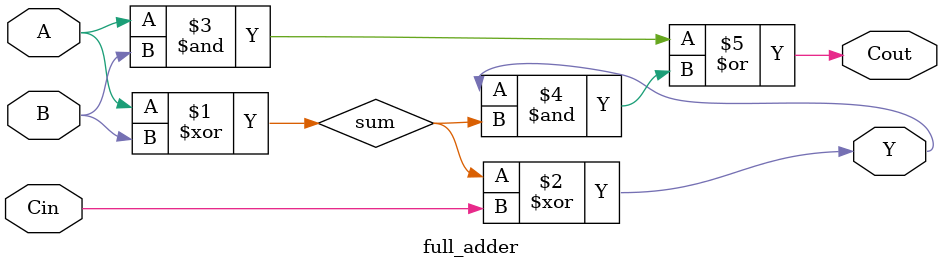
<source format=v>
module full_adder(
    input A, B, Cin,
    output Y, Cout
);
    wire sum;

    assign sum = A ^ B;
    assign Y = sum ^ Cin;

    assign Cout = (A & B) | (Y & sum);

endmodule

</source>
